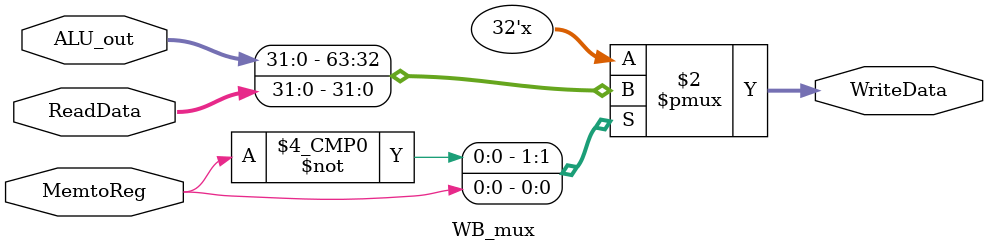
<source format=v>
`timescale 1ns / 1ns
module WB_mux(
	ReadData, ALU_out, WriteData, MemtoReg
    );
	 
	 //input clock;
	 input [31:0] ReadData, ALU_out;
	 output reg[31:0] WriteData;
	 input MemtoReg;
	 /*reg MemtoReg_d;
	 wire MemtoReg_w;
	 
	 always@(posedge clock) begin
		MemtoReg_d <= MemtoReg;
	 end
	 
	 assign MemtoReg_w = MemtoReg ? MemtoReg_d : MemtoReg;
	 */
	 always@(*) begin
		case(MemtoReg) 
			1'b0: WriteData = ALU_out;
			1'b1: WriteData = ReadData;
		endcase
	end


endmodule

</source>
